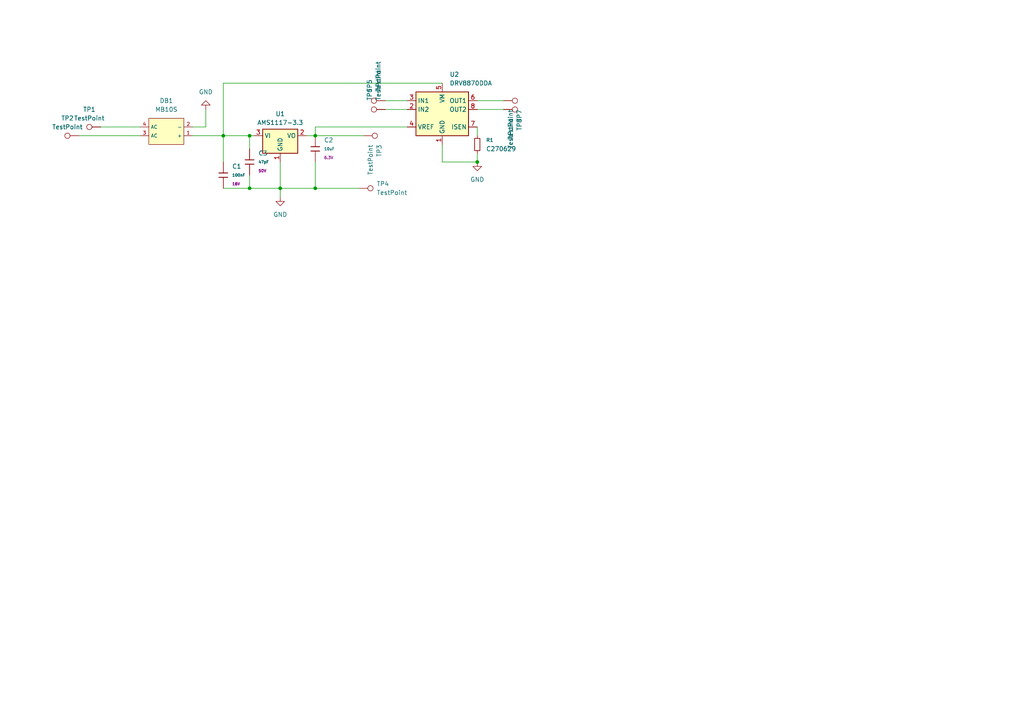
<source format=kicad_sch>
(kicad_sch (version 20250114) (generator "eeschema") (generator_version "9.0")
  (paper "A4")
  (lib_symbols
    (symbol "Connector:TestPoint" (pin_numbers (hide yes)) (pin_names (offset 0.762) (hide yes))
      (property "Reference" "TP" (at 0 6.858 0))
      (property "Value" "TestPoint" (at 0 5.08 0))
      (symbol "TestPoint_0_1"
        (circle (center 0 3.302) (radius 0.762))
      )
      (symbol "TestPoint_1_1"
        (pin passive line (at 0 0 90) (length 2.54) (name "1") (number "1"))
      )
    )
    (symbol "Device:R_Small" (pin_numbers (hide yes)) (pin_names (offset 0.254) (hide yes))
      (property "Reference" "R" (at 0 0 90))
      (property "Value" "R_Small" (at 1.778 0 90))
      (symbol "R_Small_0_1"
        (rectangle (start -0.762 1.778) (end 0.762 -1.778) (stroke (width 0.2032)))
      )
      (symbol "R_Small_1_1"
        (pin passive line (at 0 2.54 270) (length 0.762) (name "~") (number "1"))
        (pin passive line (at 0 -2.54 90) (length 0.762) (name "~") (number "2"))
      )
    )
    (symbol "Driver_Motor:DRV8870DDA"
      (property "Reference" "U" (at -6.35 6.35 0))
      (property "Value" "DRV8870DDA" (at 8.89 6.35 0))
      (symbol "DRV8870DDA_0_1"
        (rectangle (start -7.62 5.08) (end 7.62 -7.62) (stroke (width 0.254)) (fill (type background)))
      )
      (symbol "DRV8870DDA_1_1"
        (pin input line (at -10.16 2.54 0) (length 2.54) (name "IN1") (number "3"))
        (pin input line (at -10.16 0 0) (length 2.54) (name "IN2") (number "2"))
        (pin input line (at -10.16 -5.08 0) (length 2.54) (name "VREF") (number "4"))
        (pin power_in line (at 0 7.62 270) (length 2.54) (name "VM") (number "5"))
        (pin power_in line (at 0 -10.16 90) (length 2.54) (name "GND") (number "1"))
        (pin passive line (at 0 -10.16 90) (length 2.54) (hide yes) (name "GND") (number "9"))
        (pin output line (at 10.16 2.54 180) (length 2.54) (name "OUT1") (number "6"))
        (pin output line (at 10.16 0 180) (length 2.54) (name "OUT2") (number "8"))
        (pin passive line (at 10.16 -5.08 180) (length 2.54) (name "ISEN") (number "7"))
      )
    )
    (symbol "PCM_JLCPCB-Capacitors:0402,100nF" (pin_numbers (hide yes)) (pin_names (offset 0))
      (property "Reference" "C" (at 2.032 1.668 0))
      (property "Value" "100nF" (at 2.032 -0.3782 0))
      (property "Voltage Rated" "16V" (at 2.032 -2.0462 0))
      (symbol "0402,100nF_0_1"
        (polyline (pts (xy -1.27 0.635) (xy 1.27 0.635)) (stroke (width 0.254)))
        (polyline (pts (xy -1.27 -0.635) (xy 1.27 -0.635)) (stroke (width 0.254)))
      )
      (symbol "0402,100nF_1_1"
        (pin passive line (at 0 3.81 270) (length 3.175) (name "~") (number "1"))
        (pin passive line (at 0 -3.81 90) (length 3.175) (name "~") (number "2"))
      )
    )
    (symbol "PCM_JLCPCB-Capacitors:0402,10uF" (pin_numbers (hide yes)) (pin_names (offset 0))
      (property "Reference" "C" (at 2.032 1.668 0))
      (property "Value" "10uF" (at 2.032 -0.3782 0))
      (property "Voltage Rated" "6.3V" (at 2.032 -2.0462 0))
      (symbol "0402,10uF_0_1"
        (polyline (pts (xy -1.27 0.635) (xy 1.27 0.635)) (stroke (width 0.254)))
        (polyline (pts (xy -1.27 -0.635) (xy 1.27 -0.635)) (stroke (width 0.254)))
      )
      (symbol "0402,10uF_1_1"
        (pin passive line (at 0 3.81 270) (length 3.175) (name "~") (number "1"))
        (pin passive line (at 0 -3.81 90) (length 3.175) (name "~") (number "2"))
      )
    )
    (symbol "PCM_JLCPCB-Capacitors:0402,47pF" (pin_numbers (hide yes)) (pin_names (offset 0))
      (property "Reference" "C" (at 2.032 1.668 0))
      (property "Value" "47pF" (at 2.032 -0.3782 0))
      (property "Voltage Rated" "50V" (at 2.032 -2.0462 0))
      (symbol "0402,47pF_0_1"
        (polyline (pts (xy -1.27 0.635) (xy 1.27 0.635)) (stroke (width 0.254)))
        (polyline (pts (xy -1.27 -0.635) (xy 1.27 -0.635)) (stroke (width 0.254)))
      )
      (symbol "0402,47pF_1_1"
        (pin passive line (at 0 3.81 270) (length 3.175) (name "~") (number "1"))
        (pin passive line (at 0 -3.81 90) (length 3.175) (name "~") (number "2"))
      )
    )
    (symbol "PCM_JLCPCB-Diode-Packages:Bridge Rectifier, MB10S"
      (property "Reference" "DB" (at 0 1.27 0))
      (property "Value" "MB10S" (at 0 6.35 0))
      (symbol "Bridge Rectifier, MB10S_0_1"
        (pin power_out line (at -7.62 2.54 0) (length 2.54) (name "+") (number "1"))
        (pin power_out line (at -7.62 0 0) (length 2.54) (name "-") (number "2"))
        (pin power_in line (at 7.62 2.54 180) (length 2.54) (name "AC") (number "3"))
        (pin power_in line (at 7.62 0 180) (length 2.54) (name "AC") (number "4"))
      )
      (symbol "Bridge Rectifier, MB10S_1_1"
        (rectangle (start -5.08 5.08) (end 5.08 -2.54) (fill (type background)))
      )
    )
    (symbol "Regulator_Linear:AMS1117-3.3"
      (property "Reference" "U" (at -3.81 3.175 0))
      (property "Value" "AMS1117-3.3" (at 0 3.175 0))
      (symbol "AMS1117-3.3_0_1"
        (rectangle (start -5.08 -5.08) (end 5.08 1.905) (stroke (width 0.254)) (fill (type background)))
      )
      (symbol "AMS1117-3.3_1_1"
        (pin power_in line (at -7.62 0 0) (length 2.54) (name "VI") (number "3"))
        (pin power_in line (at 0 -7.62 90) (length 2.54) (name "GND") (number "1"))
        (pin power_out line (at 7.62 0 180) (length 2.54) (name "VO") (number "2"))
      )
    )
    (symbol "power:GND" (power) (pin_numbers (hide yes)) (pin_names (offset 0) (hide yes))
      (property "Value" "GND" (at 0 -3.81 0))
      (symbol "GND_0_1"
        (polyline (pts (xy 0 0) (xy 0 -1.27) (xy 1.27 -1.27) (xy 0 -2.54) (xy -1.27 -1.27) (xy 0 -1.27)))
      )
      (symbol "GND_1_1"
        (pin power_in line (at 0 0 270) (length 0) (name "~") (number "1"))
      )
    )
  )
  (junction (at 72.39 39.37))
  (junction (at 81.28 54.61))
  (junction (at 91.44 54.61))
  (junction (at 138.43 46.99))
  (junction (at 64.77 39.37))
  (junction (at 91.44 39.37))
  (junction (at 72.39 54.61))
  (wire (pts (xy 138.43 36.83) (xy 138.43 39.37)))
  (wire (pts (xy 128.27 41.91) (xy 128.27 46.99)))
  (wire (pts (xy 91.44 36.83) (xy 91.44 39.37)))
  (wire (pts (xy 81.28 54.61) (xy 72.39 54.61)))
  (wire (pts (xy 138.43 29.21) (xy 146.05 29.21)))
  (wire (pts (xy 55.88 39.37) (xy 64.77 39.37)))
  (wire (pts (xy 91.44 54.61) (xy 81.28 54.61)))
  (wire (pts (xy 81.28 46.99) (xy 81.28 54.61)))
  (wire (pts (xy 72.39 39.37) (xy 73.66 39.37)))
  (wire (pts (xy 138.43 44.45) (xy 138.43 46.99)))
  (wire (pts (xy 111.76 31.75) (xy 118.11 31.75)))
  (wire (pts (xy 64.77 39.37) (xy 64.77 46.99)))
  (wire (pts (xy 128.27 24.13) (xy 64.77 24.13)))
  (wire (pts (xy 64.77 39.37) (xy 72.39 39.37)))
  (wire (pts (xy 91.44 54.61) (xy 104.14 54.61)))
  (wire (pts (xy 81.28 54.61) (xy 81.28 57.15)))
  (wire (pts (xy 128.27 46.99) (xy 138.43 46.99)))
  (wire (pts (xy 59.69 36.83) (xy 59.69 31.75)))
  (wire (pts (xy 118.11 36.83) (xy 91.44 36.83)))
  (wire (pts (xy 88.9 39.37) (xy 91.44 39.37)))
  (wire (pts (xy 55.88 36.83) (xy 59.69 36.83)))
  (wire (pts (xy 64.77 24.13) (xy 64.77 39.37)))
  (wire (pts (xy 72.39 54.61) (xy 64.77 54.61)))
  (wire (pts (xy 72.39 50.8) (xy 72.39 54.61)))
  (wire (pts (xy 29.21 36.83) (xy 40.64 36.83)))
  (wire (pts (xy 91.44 46.99) (xy 91.44 54.61)))
  (wire (pts (xy 22.86 39.37) (xy 40.64 39.37)))
  (wire (pts (xy 91.44 39.37) (xy 105.41 39.37)))
  (wire (pts (xy 72.39 43.18) (xy 72.39 39.37)))
  (wire (pts (xy 138.43 31.75) (xy 146.05 31.75)))
  (wire (pts (xy 111.76 29.21) (xy 118.11 29.21)))
  (symbol (lib_id "Connector:TestPoint") (at 105.41 39.37 270) (unit 1)
    (property "Reference" "TP3" (at 109.9821 41.91 0) (effects (justify left)))
    (property "Value" "TestPoint" (at 107.4421 41.91 0) (effects (justify left)))
    (property "Footprint" "TestPoint:TestPoint_THTPad_1.5x1.5mm_Drill0.7mm" (effects (hide yes)))
    (property "Description" "test point" (effects (hide yes)))
  )
  (symbol (lib_id "Regulator_Linear:AMS1117-3.3") (at 81.28 39.37 0) (unit 1)
    (property "Reference" "U1" (at 81.28 33.02 0))
    (property "Value" "AMS1117-3.3" (at 81.28 35.56 0))
    (property "Footprint" "Package_TO_SOT_SMD:SOT-223-3_TabPin2" (effects (hide yes)))
    (property "Datasheet" "http://www.advanced-monolithic.com/pdf/ds1117.pdf" (effects (hide yes)))
    (property "Description" "1A Low Dropout regulator, positive, 3.3V fixed output, SOT-223" (effects (hide yes)))
  )
  (symbol (lib_id "Connector:TestPoint") (at 22.86 39.37 90) (unit 1)
    (property "Reference" "TP2" (at 19.558 34.29 90))
    (property "Value" "TestPoint" (at 19.558 36.83 90))
    (property "Footprint" "TestPoint:TestPoint_THTPad_1.5x1.5mm_Drill0.7mm" (effects (hide yes)))
    (property "Description" "test point" (effects (hide yes)))
  )
  (symbol (lib_id "PCM_JLCPCB-Capacitors:0402,47pF") (at 72.39 46.99 0) (unit 1)
    (property "Reference" "C3" (at 74.93 44.4499 0) (effects (justify left)))
    (property "Value" "47pF" (at 74.93 46.99 0) (effects (font (size 0.8 0.8)) (justify left)))
    (property "Footprint" "PCM_JLCPCB:C_0402" (effects (hide yes)))
    (property "Datasheet" "https://www.lcsc.com/datasheet/lcsc_datasheet_2304140030_FH--Guangdong-Fenghua-Advanced-Tech-0402CG470J500NT_C1567.pdf" (effects (hide yes)))
    (property "Description" "50V 47pF C0G ±5% 0402 Multilayer Ceramic Capacitors MLCC - SMD/SMT ROHS" (effects (hide yes)))
    (property "LCSC" "C1567" (effects (hide yes)))
    (property "Stock" "286043" (effects (hide yes)))
    (property "Price" "0.004USD" (effects (hide yes)))
    (property "Process" "SMT" (effects (hide yes)))
    (property "Minimum Qty" "20" (effects (hide yes)))
    (property "Attrition Qty" "10" (effects (hide yes)))
    (property "Class" "Basic Component" (effects (hide yes)))
    (property "Category" "Capacitors,Multilayer Ceramic Capacitors MLCC - SMD/SMT" (effects (hide yes)))
    (property "Manufacturer" "FH(Guangdong Fenghua Advanced Tech)" (effects (hide yes)))
    (property "Part" "0402CG470J500NT" (effects (hide yes)))
    (property "Voltage Rated" "50V" (at 74.93 49.53 0) (effects (font (size 0.8 0.8)) (justify left)))
    (property "Tolerance" "±5%" (effects (hide yes)))
    (property "Capacitance" "47pF" (effects (hide yes)))
    (property "Temperature Coefficient" "C0G" (effects (hide yes)))
  )
  (symbol (lib_id "Connector:TestPoint") (at 146.05 31.75 270) (unit 1)
    (property "Reference" "TP8" (at 150.6221 34.29 0) (effects (justify left)))
    (property "Value" "TestPoint" (at 148.0821 34.29 0) (effects (justify left)))
    (property "Footprint" "TestPoint:TestPoint_THTPad_1.5x1.5mm_Drill0.7mm" (effects (hide yes)))
    (property "Description" "test point" (effects (hide yes)))
  )
  (symbol (lib_id "Driver_Motor:DRV8870DDA") (at 128.27 31.75 0) (unit 1)
    (property "Reference" "U2" (at 130.4133 21.59 0) (effects (justify left)))
    (property "Value" "DRV8870DDA" (at 130.4133 24.13 0) (effects (justify left)))
    (property "Footprint" "Package_SO:Texas_HTSOP-8-1EP_3.9x4.9mm_P1.27mm_EP2.95x4.9mm_Mask2.4x3.1mm_ThermalVias" (effects (hide yes)))
    (property "Datasheet" "http://www.ti.com/lit/ds/symlink/drv8870.pdf" (effects (hide yes)))
    (property "Description" "Brushed DC Motor Driver, PWM Control, 45V, 3.6A, Dynamic current limiting, HTSOP-8" (effects (hide yes)))
  )
  (symbol (lib_id "Connector:TestPoint") (at 146.05 29.21 270) (unit 1)
    (property "Reference" "TP7" (at 150.6221 31.75 0) (effects (justify left)))
    (property "Value" "TestPoint" (at 148.0821 31.75 0) (effects (justify left)))
    (property "Footprint" "TestPoint:TestPoint_THTPad_1.5x1.5mm_Drill0.7mm" (effects (hide yes)))
    (property "Description" "test point" (effects (hide yes)))
  )
  (symbol (lib_id "PCM_JLCPCB-Diode-Packages:Bridge Rectifier, MB10S") (at 48.26 36.83 180) (unit 1)
    (property "Reference" "DB1" (at 48.26 29.21 0))
    (property "Value" "MB10S" (at 48.26 31.75 0))
    (property "Footprint" "PCM_JLCPCB:MBS_L4.7-W3.8-P2.40-LS7.0-TL" (effects (hide yes)))
    (property "Datasheet" "https://www.lcsc.com/datasheet/lcsc_datasheet_2408090954_MDD-Microdiode-Semiconductor-MB10S_C2488.pdf" (effects (hide yes)))
    (property "Description" "35A 1.1V@400mA 1A 1kV MBS Bridge Rectifiers ROHS" (effects (hide yes)))
    (property "LCSC" "C2488" (effects (hide yes)))
    (property "Stock" "390549" (effects (hide yes)))
    (property "Price" "0.028USD" (effects (hide yes)))
    (property "Process" "SMT" (effects (hide yes)))
    (property "Minimum Qty" "10" (effects (hide yes)))
    (property "Attrition Qty" "5" (effects (hide yes)))
    (property "Class" "Basic Component" (effects (hide yes)))
    (property "Category" "Diodes,Bridge Rectifiers" (effects (hide yes)))
    (property "Manufacturer" "MDD（Microdiode Electronics）" (effects (hide yes)))
    (property "Part" "MB10S-50MIL" (effects (hide yes)))
    (property "Reverse Leakage Current (Ir)" "5uA@1kV" (effects (hide yes)))
    (property "Average Rectified Current (Io)" "1A" (effects (hide yes)))
    (property "Reverse Voltage (Vr)" "1kV" (effects (hide yes)))
    (property "Forward Voltage (Vf@If)" "1.1V@400mA" (effects (hide yes)))
    (property "Operating Temperature" "-55°C~+150°C@(Tj)" (effects (hide yes)))
    (property "Peak Forward Surge Current" "35A" (effects (hide yes)))
    (property "Rectified Current" "1A" (effects (hide yes)))
  )
  (symbol (lib_id "power:GND") (at 138.43 46.99 0) (unit 1)
    (property "Reference" "#PWR03" (effects (hide yes)))
    (property "Value" "GND" (at 138.43 52.07 0))
    (property "Description" "Power symbol creates a global label with name \"GND\" , ground" (effects (hide yes)))
  )
  (symbol (lib_id "Connector:TestPoint") (at 111.76 31.75 90) (unit 1)
    (property "Reference" "TP6" (at 107.1879 29.21 0) (effects (justify left)))
    (property "Value" "TestPoint" (at 109.7279 29.21 0) (effects (justify left)))
    (property "Footprint" "TestPoint:TestPoint_THTPad_1.5x1.5mm_Drill0.7mm" (effects (hide yes)))
    (property "Description" "test point" (effects (hide yes)))
  )
  (symbol (lib_id "power:GND") (at 59.69 31.75 180) (unit 1)
    (property "Reference" "#PWR01" (effects (hide yes)))
    (property "Value" "GND" (at 59.69 26.67 0))
    (property "Description" "Power symbol creates a global label with name \"GND\" , ground" (effects (hide yes)))
  )
  (symbol (lib_id "power:GND") (at 81.28 57.15 0) (unit 1)
    (property "Reference" "#PWR02" (effects (hide yes)))
    (property "Value" "GND" (at 81.28 62.23 0))
    (property "Description" "Power symbol creates a global label with name \"GND\" , ground" (effects (hide yes)))
  )
  (symbol (lib_id "Connector:TestPoint") (at 29.21 36.83 90) (unit 1)
    (property "Reference" "TP1" (at 25.908 31.75 90))
    (property "Value" "TestPoint" (at 25.908 34.29 90))
    (property "Footprint" "TestPoint:TestPoint_THTPad_1.5x1.5mm_Drill0.7mm" (effects (hide yes)))
    (property "Description" "test point" (effects (hide yes)))
  )
  (symbol (lib_id "PCM_JLCPCB-Capacitors:0402,10uF") (at 91.44 43.18 0) (unit 1)
    (property "Reference" "C2" (at 93.98 40.6399 0) (effects (justify left)))
    (property "Value" "10uF" (at 93.98 43.18 0) (effects (font (size 0.8 0.8)) (justify left)))
    (property "Footprint" "PCM_JLCPCB:C_0402" (effects (hide yes)))
    (property "Datasheet" "https://www.lcsc.com/datasheet/lcsc_datasheet_2208231630_Samsung-Electro-Mechanics-CL05A106MQ5NUNC_C15525.pdf" (effects (hide yes)))
    (property "Description" "6.3V 10uF X5R ±20% 0402 Multilayer Ceramic Capacitors MLCC - SMD/SMT ROHS" (effects (hide yes)))
    (property "LCSC" "C15525" (effects (hide yes)))
    (property "Stock" "1221092" (effects (hide yes)))
    (property "Price" "0.009USD" (effects (hide yes)))
    (property "Process" "SMT" (effects (hide yes)))
    (property "Minimum Qty" "20" (effects (hide yes)))
    (property "Attrition Qty" "10" (effects (hide yes)))
    (property "Class" "Basic Component" (effects (hide yes)))
    (property "Category" "Capacitors,Multilayer Ceramic Capacitors MLCC - SMD/SMT" (effects (hide yes)))
    (property "Manufacturer" "Samsung Electro-Mechanics" (effects (hide yes)))
    (property "Part" "CL05A106MQ5NUNC" (effects (hide yes)))
    (property "Voltage Rated" "6.3V" (at 93.98 45.72 0) (effects (font (size 0.8 0.8)) (justify left)))
    (property "Tolerance" "±20%" (effects (hide yes)))
    (property "Capacitance" "10uF" (effects (hide yes)))
    (property "Temperature Coefficient" "X5R" (effects (hide yes)))
  )
  (symbol (lib_id "Connector:TestPoint") (at 104.14 54.61 270) (unit 1)
    (property "Reference" "TP4" (at 109.22 53.3399 90) (effects (justify left)))
    (property "Value" "TestPoint" (at 109.22 55.8799 90) (effects (justify left)))
    (property "Footprint" "TestPoint:TestPoint_THTPad_1.5x1.5mm_Drill0.7mm" (effects (hide yes)))
    (property "Description" "test point" (effects (hide yes)))
  )
  (symbol (lib_id "Device:R_Small") (at 138.43 41.91 0) (unit 1)
    (property "Reference" "R1" (at 140.97 40.6399 0) (effects (font (size 1.016 1.016)) (justify left)))
    (property "Value" "C270629" (at 140.97 43.1799 0) (effects (justify left)))
    (property "Footprint" "PCM_JLCPCB:R_0402" (effects (hide yes)))
    (property "Description" "Resistor, small symbol" (effects (hide yes)))
  )
  (symbol (lib_id "PCM_JLCPCB-Capacitors:0402,100nF") (at 64.77 50.8 0) (unit 1)
    (property "Reference" "C1" (at 67.31 48.2599 0) (effects (justify left)))
    (property "Value" "100nF" (at 67.31 50.8 0) (effects (font (size 0.8 0.8)) (justify left)))
    (property "Footprint" "PCM_JLCPCB:C_0402" (effects (hide yes)))
    (property "Datasheet" "https://www.lcsc.com/datasheet/lcsc_datasheet_2304140030_Samsung-Electro-Mechanics-CL05B104KO5NNNC_C1525.pdf" (effects (hide yes)))
    (property "Description" "16V 100nF X7R ±10% 0402 Multilayer Ceramic Capacitors MLCC - SMD/SMT ROHS" (effects (hide yes)))
    (property "LCSC" "C1525" (effects (hide yes)))
    (property "Stock" "16665661" (effects (hide yes)))
    (property "Price" "0.004USD" (effects (hide yes)))
    (property "Process" "SMT" (effects (hide yes)))
    (property "Minimum Qty" "20" (effects (hide yes)))
    (property "Attrition Qty" "10" (effects (hide yes)))
    (property "Class" "Basic Component" (effects (hide yes)))
    (property "Category" "Capacitors,Multilayer Ceramic Capacitors MLCC - SMD/SMT" (effects (hide yes)))
    (property "Manufacturer" "Samsung Electro-Mechanics" (effects (hide yes)))
    (property "Part" "CL05B104KO5NNNC" (effects (hide yes)))
    (property "Voltage Rated" "16V" (at 67.31 53.34 0) (effects (font (size 0.8 0.8)) (justify left)))
    (property "Tolerance" "±10%" (effects (hide yes)))
    (property "Capacitance" "100nF" (effects (hide yes)))
    (property "Temperature Coefficient" "X7R" (effects (hide yes)))
  )
  (symbol (lib_id "Connector:TestPoint") (at 111.76 29.21 90) (unit 1)
    (property "Reference" "TP5" (at 107.1879 26.67 0) (effects (justify left)))
    (property "Value" "TestPoint" (at 109.7279 26.67 0) (effects (justify left)))
    (property "Footprint" "TestPoint:TestPoint_THTPad_1.5x1.5mm_Drill0.7mm" (effects (hide yes)))
    (property "Description" "test point" (effects (hide yes)))
  )
)
</source>
